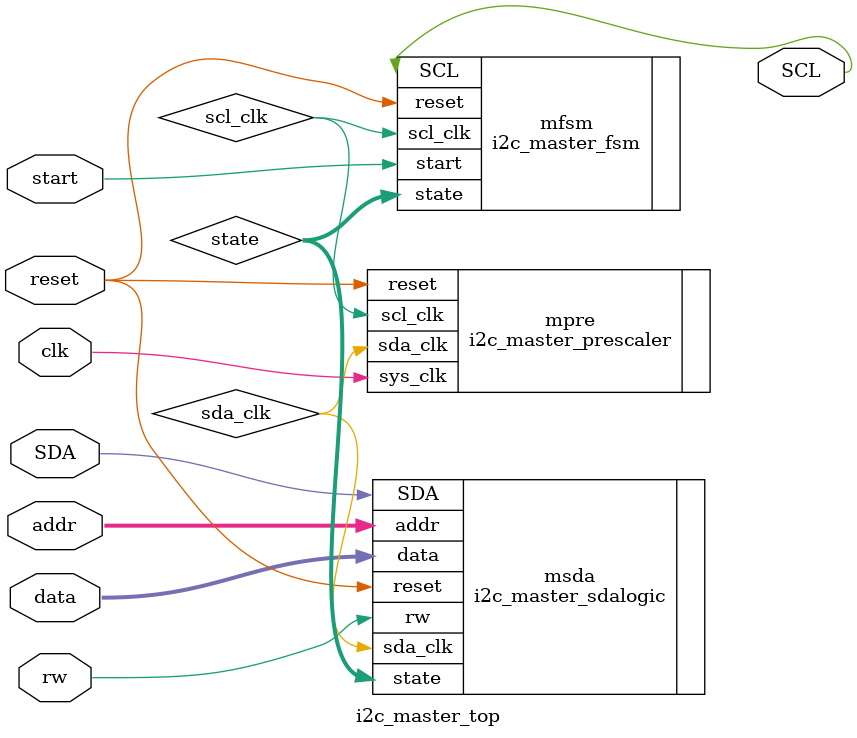
<source format=v>
`timescale 1ns / 1ps


module i2c_master_top(
    inout SDA,
    output SCL,
    input clk,
    input reset,
    input start,
    input [6:0]addr,
    input [7:0]data,
    input rw
    );
    
    wire scl_clk;
    wire sda_clk;
    wire [2:0]state;

    i2c_master_prescaler mpre(.scl_clk(scl_clk), .sda_clk(sda_clk), .sys_clk(clk), .reset(reset));

    i2c_master_fsm mfsm(.state(state), .SCL(SCL), .scl_clk(scl_clk), .reset(reset), .start(start));
    
    i2c_master_sdalogic msda(.SDA(SDA), .sda_clk(sda_clk), .reset(reset), .state(state), .addr(addr), .data(data), .rw(rw));
endmodule

</source>
